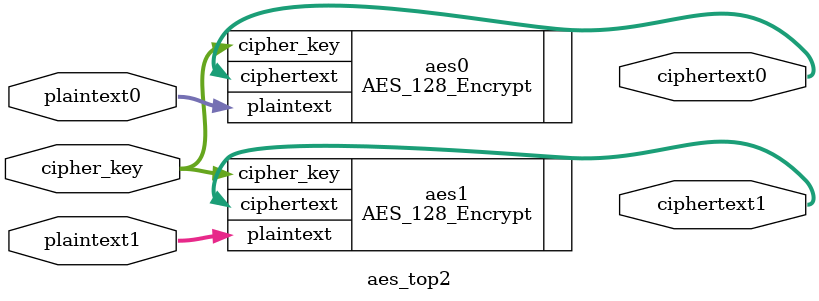
<source format=v>
`timescale 1ns / 1ps


module aes_top2(
    input  [127:0] plaintext0,
    input  [127:0] plaintext1,
    input  [127:0] cipher_key,
    output [127:0] ciphertext0,
    output [127:0] ciphertext1
);

    AES_128_Encrypt aes0 (
        .plaintext(plaintext0),
        .cipher_key(cipher_key),
        .ciphertext(ciphertext0)
    );

    AES_128_Encrypt aes1 (
        .plaintext(plaintext1),
        .cipher_key(cipher_key),
        .ciphertext(ciphertext1)


    );
endmodule

</source>
